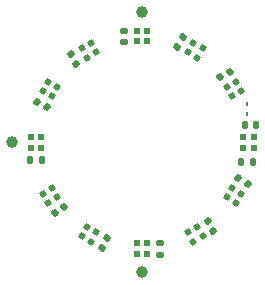
<source format=gbr>
%TF.GenerationSoftware,KiCad,Pcbnew,7.0.8-7.0.8~ubuntu23.04.1*%
%TF.CreationDate,2023-10-21T15:35:35+00:00*%
%TF.ProjectId,pedalboard-led-ring,70656461-6c62-46f6-9172-642d6c65642d,1.1.0-RC1*%
%TF.SameCoordinates,Original*%
%TF.FileFunction,Soldermask,Top*%
%TF.FilePolarity,Negative*%
%FSLAX46Y46*%
G04 Gerber Fmt 4.6, Leading zero omitted, Abs format (unit mm)*
G04 Created by KiCad (PCBNEW 7.0.8-7.0.8~ubuntu23.04.1) date 2023-10-21 15:35:35*
%MOMM*%
%LPD*%
G01*
G04 APERTURE LIST*
G04 Aperture macros list*
%AMRoundRect*
0 Rectangle with rounded corners*
0 $1 Rounding radius*
0 $2 $3 $4 $5 $6 $7 $8 $9 X,Y pos of 4 corners*
0 Add a 4 corners polygon primitive as box body*
4,1,4,$2,$3,$4,$5,$6,$7,$8,$9,$2,$3,0*
0 Add four circle primitives for the rounded corners*
1,1,$1+$1,$2,$3*
1,1,$1+$1,$4,$5*
1,1,$1+$1,$6,$7*
1,1,$1+$1,$8,$9*
0 Add four rect primitives between the rounded corners*
20,1,$1+$1,$2,$3,$4,$5,0*
20,1,$1+$1,$4,$5,$6,$7,0*
20,1,$1+$1,$6,$7,$8,$9,0*
20,1,$1+$1,$8,$9,$2,$3,0*%
%AMRotRect*
0 Rectangle, with rotation*
0 The origin of the aperture is its center*
0 $1 length*
0 $2 width*
0 $3 Rotation angle, in degrees counterclockwise*
0 Add horizontal line*
21,1,$1,$2,0,0,$3*%
G04 Aperture macros list end*
%ADD10C,1.000000*%
%ADD11RotRect,0.500000X0.500000X120.000000*%
%ADD12RoundRect,0.140000X-0.170000X0.140000X-0.170000X-0.140000X0.170000X-0.140000X0.170000X0.140000X0*%
%ADD13RoundRect,0.140000X-0.217224X0.036244X-0.077224X-0.206244X0.217224X-0.036244X0.077224X0.206244X0*%
%ADD14R,0.500000X0.500000*%
%ADD15RotRect,0.500000X0.500000X150.000000*%
%ADD16RotRect,0.500000X0.500000X30.000000*%
%ADD17RotRect,0.500000X0.500000X330.000000*%
%ADD18RoundRect,0.140000X-0.140000X-0.170000X0.140000X-0.170000X0.140000X0.170000X-0.140000X0.170000X0*%
%ADD19RoundRect,0.062500X-0.062500X0.117500X-0.062500X-0.117500X0.062500X-0.117500X0.062500X0.117500X0*%
%ADD20RoundRect,0.140000X-0.036244X-0.217224X0.206244X-0.077224X0.036244X0.217224X-0.206244X0.077224X0*%
%ADD21RoundRect,0.140000X0.077224X-0.206244X0.217224X0.036244X-0.077224X0.206244X-0.217224X-0.036244X0*%
%ADD22RoundRect,0.140000X0.217224X-0.036244X0.077224X0.206244X-0.217224X0.036244X-0.077224X-0.206244X0*%
%ADD23RoundRect,0.140000X-0.206244X-0.077224X0.036244X-0.217224X0.206244X0.077224X-0.036244X0.217224X0*%
%ADD24RoundRect,0.140000X0.170000X-0.140000X0.170000X0.140000X-0.170000X0.140000X-0.170000X-0.140000X0*%
%ADD25RotRect,0.500000X0.500000X210.000000*%
%ADD26RoundRect,0.140000X0.036244X0.217224X-0.206244X0.077224X-0.036244X-0.217224X0.206244X-0.077224X0*%
%ADD27RotRect,0.500000X0.500000X300.000000*%
%ADD28RoundRect,0.140000X0.206244X0.077224X-0.036244X0.217224X-0.206244X-0.077224X0.036244X-0.217224X0*%
%ADD29RotRect,0.500000X0.500000X60.000000*%
%ADD30RotRect,0.500000X0.500000X240.000000*%
%ADD31RoundRect,0.135000X0.135000X0.185000X-0.135000X0.185000X-0.135000X-0.185000X0.135000X-0.185000X0*%
%ADD32RoundRect,0.140000X-0.077224X0.206244X-0.217224X-0.036244X0.077224X-0.206244X0.217224X0.036244X0*%
G04 APERTURE END LIST*
D10*
%TO.C,FID2*%
X80000000Y-71000000D03*
%TD*%
D11*
%TO.C,D11*%
X84335289Y-68408940D03*
X85114711Y-67958940D03*
X84664711Y-67179518D03*
X83885289Y-67629518D03*
%TD*%
D12*
%TO.C,C4*%
X78500000Y-50580000D03*
X78500000Y-51540000D03*
%TD*%
D13*
%TO.C,C5*%
X73950000Y-52517041D03*
X74430000Y-53348425D03*
%TD*%
D14*
%TO.C,D1*%
X89450000Y-60450000D03*
X89450000Y-59550000D03*
X88550000Y-59550000D03*
X88550000Y-60450000D03*
%TD*%
%TO.C,D4*%
X80450000Y-50550000D03*
X79550000Y-50550000D03*
X79550000Y-51450000D03*
X80450000Y-51450000D03*
%TD*%
D15*
%TO.C,D12*%
X87958940Y-65114711D03*
X88408940Y-64335289D03*
X87629518Y-63885289D03*
X87179518Y-64664711D03*
%TD*%
D16*
%TO.C,D8*%
X71591060Y-64335289D03*
X72041060Y-65114711D03*
X72820482Y-64664711D03*
X72370482Y-63885289D03*
%TD*%
D14*
%TO.C,D10*%
X79550000Y-69450000D03*
X80450000Y-69450000D03*
X80450000Y-68550000D03*
X79550000Y-68550000D03*
%TD*%
%TO.C,D7*%
X70550000Y-59550000D03*
X70550000Y-60450000D03*
X71450000Y-60450000D03*
X71450000Y-59550000D03*
%TD*%
D17*
%TO.C,D6*%
X72041060Y-54885289D03*
X71591060Y-55664711D03*
X72370482Y-56114711D03*
X72820482Y-55335289D03*
%TD*%
D10*
%TO.C,FID1*%
X80000000Y-49000000D03*
%TD*%
D18*
%TO.C,C7*%
X70520000Y-61500000D03*
X71480000Y-61500000D03*
%TD*%
D19*
%TO.C,D13*%
X88850000Y-57570000D03*
X88850000Y-56730000D03*
%TD*%
D20*
%TO.C,C8*%
X72584308Y-65990000D03*
X73415692Y-65510000D03*
%TD*%
D21*
%TO.C,C9*%
X76560000Y-68915692D03*
X77040000Y-68084308D03*
%TD*%
D22*
%TO.C,C11*%
X86040000Y-67482959D03*
X85560000Y-66651575D03*
%TD*%
D23*
%TO.C,C6*%
X71084308Y-56560000D03*
X71915692Y-57040000D03*
%TD*%
D24*
%TO.C,C10*%
X81500000Y-69510000D03*
X81500000Y-68550000D03*
%TD*%
D25*
%TO.C,D2*%
X88408940Y-55664711D03*
X87958940Y-54885289D03*
X87179518Y-55335289D03*
X87629518Y-56114711D03*
%TD*%
D18*
%TO.C,C1*%
X88670000Y-58530000D03*
X89630000Y-58530000D03*
%TD*%
D26*
%TO.C,C2*%
X87415692Y-54010000D03*
X86584308Y-54490000D03*
%TD*%
D27*
%TO.C,D5*%
X75664711Y-51591060D03*
X74885289Y-52041060D03*
X75335289Y-52820482D03*
X76114711Y-52370482D03*
%TD*%
D28*
%TO.C,C12*%
X88965692Y-63490000D03*
X88134308Y-63010000D03*
%TD*%
D29*
%TO.C,D9*%
X74885289Y-67958940D03*
X75664711Y-68408940D03*
X76114711Y-67629518D03*
X75335289Y-67179518D03*
%TD*%
D30*
%TO.C,D3*%
X85114711Y-52041060D03*
X84335289Y-51591060D03*
X83885289Y-52370482D03*
X84664711Y-52820482D03*
%TD*%
D31*
%TO.C,R1*%
X89420000Y-61650000D03*
X88400000Y-61650000D03*
%TD*%
D32*
%TO.C,C3*%
X83440000Y-51084308D03*
X82960000Y-51915692D03*
%TD*%
D10*
%TO.C,FID3*%
X69000000Y-60000000D03*
%TD*%
M02*

</source>
